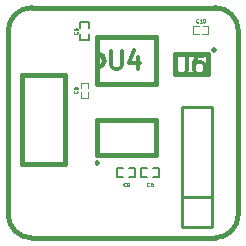
<source format=gto>
%FSLAX34Y34*%
G04 Gerber Fmt 3.4, Leading zero omitted, Abs format*
G04 (created by PCBNEW (2014-03-19 BZR 4756)-product) date Sun 08 Jun 2014 00:25:28 BST*
%MOIN*%
G01*
G70*
G90*
G04 APERTURE LIST*
%ADD10C,0.005906*%
%ADD11C,0.015000*%
%ADD12C,0.005000*%
%ADD13C,0.003900*%
%ADD14C,0.010000*%
%ADD15C,0.012000*%
%ADD16C,0.003000*%
G04 APERTURE END LIST*
G54D10*
G54D11*
X60630Y-25550D02*
X54527Y-25550D01*
X60630Y-25550D02*
G75*
G03X61417Y-24763I0J787D01*
G74*
G01*
X61417Y-18660D02*
X61417Y-24763D01*
X53740Y-24763D02*
X53740Y-18660D01*
X53740Y-24763D02*
G75*
G03X54527Y-25550I787J0D01*
G74*
G01*
X54527Y-17873D02*
X60630Y-17873D01*
X61417Y-18660D02*
G75*
G03X60630Y-17873I-787J0D01*
G74*
G01*
X54527Y-17873D02*
G75*
G03X53740Y-18660I0J-787D01*
G74*
G01*
X55630Y-23089D02*
X54921Y-23089D01*
X55630Y-20137D02*
X55630Y-23089D01*
X54212Y-20137D02*
X55630Y-20137D01*
X54212Y-23089D02*
X54212Y-20137D01*
X54921Y-23089D02*
X54212Y-23089D01*
X54921Y-23089D02*
X54212Y-23089D01*
X54212Y-23089D02*
X54212Y-20137D01*
X54212Y-20137D02*
X55630Y-20137D01*
X55630Y-20137D02*
X55630Y-23089D01*
X55630Y-23089D02*
X54921Y-23089D01*
X59291Y-19408D02*
X59291Y-20077D01*
X59291Y-20077D02*
X60393Y-20077D01*
X60393Y-20077D02*
X60393Y-19408D01*
X60393Y-19408D02*
X59291Y-19408D01*
X56948Y-19664D02*
G75*
G03X56732Y-19408I-236J20D01*
G74*
G01*
X56732Y-19861D02*
G75*
G03X56949Y-19644I0J217D01*
G74*
G01*
X56693Y-18857D02*
X56693Y-20431D01*
X56693Y-20431D02*
X58661Y-20431D01*
X58661Y-20431D02*
X58661Y-18857D01*
X58661Y-18857D02*
X56693Y-18857D01*
X56693Y-18857D02*
X56712Y-18876D01*
G54D12*
X57777Y-23535D02*
X57977Y-23535D01*
X57977Y-23535D02*
X57977Y-23235D01*
X57977Y-23235D02*
X57777Y-23235D01*
X57577Y-23535D02*
X57377Y-23535D01*
X57377Y-23535D02*
X57377Y-23235D01*
X57377Y-23235D02*
X57577Y-23235D01*
X58564Y-23535D02*
X58764Y-23535D01*
X58764Y-23535D02*
X58764Y-23235D01*
X58764Y-23235D02*
X58564Y-23235D01*
X58364Y-23535D02*
X58164Y-23535D01*
X58164Y-23535D02*
X58164Y-23235D01*
X58164Y-23235D02*
X58364Y-23235D01*
X56449Y-18560D02*
X56449Y-18360D01*
X56449Y-18360D02*
X56149Y-18360D01*
X56149Y-18360D02*
X56149Y-18560D01*
X56449Y-18760D02*
X56449Y-18960D01*
X56449Y-18960D02*
X56149Y-18960D01*
X56149Y-18960D02*
X56149Y-18760D01*
G54D11*
X56693Y-22795D02*
X56693Y-21613D01*
X56693Y-21613D02*
X58661Y-21613D01*
X58661Y-21613D02*
X58661Y-22795D01*
X58661Y-22795D02*
X56693Y-22795D01*
G54D13*
X56181Y-20875D02*
X56417Y-20875D01*
X56417Y-20875D02*
X56417Y-20688D01*
X56181Y-20688D02*
X56181Y-20875D01*
X56181Y-20560D02*
X56181Y-20383D01*
X56181Y-20383D02*
X56417Y-20383D01*
X56417Y-20570D02*
X56417Y-20383D01*
X59911Y-18502D02*
X59911Y-18738D01*
X59911Y-18738D02*
X60098Y-18738D01*
X60098Y-18502D02*
X59911Y-18502D01*
X60226Y-18502D02*
X60403Y-18502D01*
X60403Y-18502D02*
X60403Y-18738D01*
X60216Y-18738D02*
X60403Y-18738D01*
G54D14*
X60539Y-24188D02*
X60539Y-21188D01*
X59539Y-24188D02*
X59539Y-21188D01*
X59539Y-25188D02*
X59539Y-24188D01*
X60539Y-21188D02*
X59539Y-21188D01*
X59539Y-24188D02*
X60539Y-24188D01*
X59539Y-25188D02*
X60539Y-25188D01*
X60539Y-25188D02*
X60539Y-24188D01*
G54D15*
X59346Y-19473D02*
X59346Y-19959D01*
X59375Y-20016D01*
X59403Y-20044D01*
X59461Y-20073D01*
X59575Y-20073D01*
X59632Y-20044D01*
X59661Y-20016D01*
X59689Y-19959D01*
X59689Y-19473D01*
X60232Y-19473D02*
X60118Y-19473D01*
X60061Y-19501D01*
X60032Y-19530D01*
X59975Y-19616D01*
X59946Y-19730D01*
X59946Y-19959D01*
X59975Y-20016D01*
X60003Y-20044D01*
X60061Y-20073D01*
X60175Y-20073D01*
X60232Y-20044D01*
X60261Y-20016D01*
X60289Y-19959D01*
X60289Y-19816D01*
X60261Y-19759D01*
X60232Y-19730D01*
X60175Y-19701D01*
X60061Y-19701D01*
X60003Y-19730D01*
X59975Y-19759D01*
X59946Y-19816D01*
X60569Y-19290D02*
X60597Y-19262D01*
X60626Y-19290D01*
X60597Y-19319D01*
X60569Y-19290D01*
X60626Y-19290D01*
X57180Y-19316D02*
X57180Y-19802D01*
X57208Y-19859D01*
X57237Y-19887D01*
X57294Y-19916D01*
X57408Y-19916D01*
X57466Y-19887D01*
X57494Y-19859D01*
X57523Y-19802D01*
X57523Y-19316D01*
X58066Y-19516D02*
X58066Y-19916D01*
X57923Y-19287D02*
X57780Y-19716D01*
X58151Y-19716D01*
G54D16*
X57657Y-23821D02*
X57651Y-23827D01*
X57634Y-23833D01*
X57623Y-23833D01*
X57606Y-23827D01*
X57594Y-23815D01*
X57588Y-23804D01*
X57583Y-23781D01*
X57583Y-23764D01*
X57588Y-23741D01*
X57594Y-23730D01*
X57606Y-23718D01*
X57623Y-23713D01*
X57634Y-23713D01*
X57651Y-23718D01*
X57657Y-23724D01*
X57714Y-23833D02*
X57737Y-23833D01*
X57748Y-23827D01*
X57754Y-23821D01*
X57766Y-23804D01*
X57771Y-23781D01*
X57771Y-23735D01*
X57766Y-23724D01*
X57760Y-23718D01*
X57748Y-23713D01*
X57726Y-23713D01*
X57714Y-23718D01*
X57708Y-23724D01*
X57703Y-23735D01*
X57703Y-23764D01*
X57708Y-23775D01*
X57714Y-23781D01*
X57726Y-23787D01*
X57748Y-23787D01*
X57760Y-23781D01*
X57766Y-23775D01*
X57771Y-23764D01*
X58444Y-23821D02*
X58439Y-23827D01*
X58422Y-23833D01*
X58410Y-23833D01*
X58393Y-23827D01*
X58382Y-23815D01*
X58376Y-23804D01*
X58370Y-23781D01*
X58370Y-23764D01*
X58376Y-23741D01*
X58382Y-23730D01*
X58393Y-23718D01*
X58410Y-23713D01*
X58422Y-23713D01*
X58439Y-23718D01*
X58444Y-23724D01*
X58547Y-23713D02*
X58524Y-23713D01*
X58513Y-23718D01*
X58507Y-23724D01*
X58496Y-23741D01*
X58490Y-23764D01*
X58490Y-23810D01*
X58496Y-23821D01*
X58502Y-23827D01*
X58513Y-23833D01*
X58536Y-23833D01*
X58547Y-23827D01*
X58553Y-23821D01*
X58559Y-23810D01*
X58559Y-23781D01*
X58553Y-23770D01*
X58547Y-23764D01*
X58536Y-23758D01*
X58513Y-23758D01*
X58502Y-23764D01*
X58496Y-23770D01*
X58490Y-23781D01*
X56042Y-18680D02*
X56048Y-18686D01*
X56053Y-18703D01*
X56053Y-18714D01*
X56048Y-18732D01*
X56036Y-18743D01*
X56025Y-18749D01*
X56002Y-18754D01*
X55985Y-18754D01*
X55962Y-18749D01*
X55951Y-18743D01*
X55939Y-18732D01*
X55933Y-18714D01*
X55933Y-18703D01*
X55939Y-18686D01*
X55945Y-18680D01*
X55933Y-18572D02*
X55933Y-18629D01*
X55991Y-18634D01*
X55985Y-18629D01*
X55979Y-18617D01*
X55979Y-18589D01*
X55985Y-18577D01*
X55991Y-18572D01*
X56002Y-18566D01*
X56031Y-18566D01*
X56042Y-18572D01*
X56048Y-18577D01*
X56053Y-18589D01*
X56053Y-18617D01*
X56048Y-18629D01*
X56042Y-18634D01*
G54D15*
X56690Y-23050D02*
X56719Y-23021D01*
X56747Y-23050D01*
X56719Y-23078D01*
X56690Y-23050D01*
X56747Y-23050D01*
G54D16*
X56042Y-20649D02*
X56048Y-20654D01*
X56053Y-20672D01*
X56053Y-20683D01*
X56048Y-20700D01*
X56036Y-20712D01*
X56025Y-20717D01*
X56002Y-20723D01*
X55985Y-20723D01*
X55962Y-20717D01*
X55951Y-20712D01*
X55939Y-20700D01*
X55933Y-20683D01*
X55933Y-20672D01*
X55939Y-20654D01*
X55945Y-20649D01*
X55985Y-20580D02*
X55979Y-20592D01*
X55973Y-20597D01*
X55962Y-20603D01*
X55956Y-20603D01*
X55945Y-20597D01*
X55939Y-20592D01*
X55933Y-20580D01*
X55933Y-20557D01*
X55939Y-20546D01*
X55945Y-20540D01*
X55956Y-20534D01*
X55962Y-20534D01*
X55973Y-20540D01*
X55979Y-20546D01*
X55985Y-20557D01*
X55985Y-20580D01*
X55991Y-20592D01*
X55996Y-20597D01*
X56008Y-20603D01*
X56031Y-20603D01*
X56042Y-20597D01*
X56048Y-20592D01*
X56053Y-20580D01*
X56053Y-20557D01*
X56048Y-20546D01*
X56042Y-20540D01*
X56031Y-20534D01*
X56008Y-20534D01*
X55996Y-20540D01*
X55991Y-20546D01*
X55985Y-20557D01*
X60080Y-18363D02*
X60075Y-18369D01*
X60057Y-18375D01*
X60046Y-18375D01*
X60029Y-18369D01*
X60017Y-18358D01*
X60012Y-18346D01*
X60006Y-18323D01*
X60006Y-18306D01*
X60012Y-18283D01*
X60017Y-18272D01*
X60029Y-18260D01*
X60046Y-18255D01*
X60057Y-18255D01*
X60075Y-18260D01*
X60080Y-18266D01*
X60195Y-18375D02*
X60126Y-18375D01*
X60160Y-18375D02*
X60160Y-18255D01*
X60149Y-18272D01*
X60137Y-18283D01*
X60126Y-18289D01*
X60269Y-18255D02*
X60280Y-18255D01*
X60292Y-18260D01*
X60297Y-18266D01*
X60303Y-18278D01*
X60309Y-18300D01*
X60309Y-18329D01*
X60303Y-18352D01*
X60297Y-18363D01*
X60292Y-18369D01*
X60280Y-18375D01*
X60269Y-18375D01*
X60257Y-18369D01*
X60252Y-18363D01*
X60246Y-18352D01*
X60240Y-18329D01*
X60240Y-18300D01*
X60246Y-18278D01*
X60252Y-18266D01*
X60257Y-18260D01*
X60269Y-18255D01*
M02*

</source>
